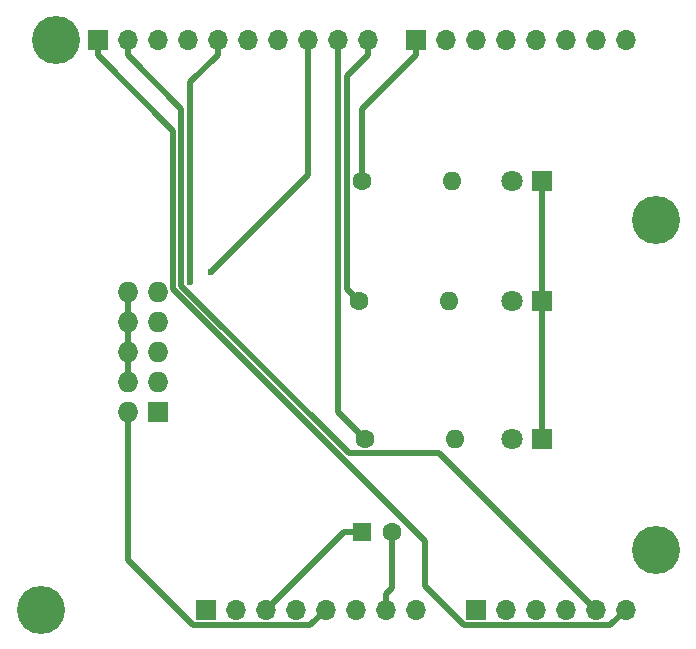
<source format=gbr>
G04 #@! TF.GenerationSoftware,KiCad,Pcbnew,5.1.4-3.fc30*
G04 #@! TF.CreationDate,2019-09-14T16:13:18+02:00*
G04 #@! TF.ProjectId,avr_prog_uno_shiled,6176725f-7072-46f6-975f-756e6f5f7368,1.0*
G04 #@! TF.SameCoordinates,Original*
G04 #@! TF.FileFunction,Copper,L2,Bot*
G04 #@! TF.FilePolarity,Positive*
%FSLAX46Y46*%
G04 Gerber Fmt 4.6, Leading zero omitted, Abs format (unit mm)*
G04 Created by KiCad (PCBNEW 5.1.4-3.fc30) date 2019-09-14 16:13:18*
%MOMM*%
%LPD*%
G04 APERTURE LIST*
%ADD10O,1.727200X1.727200*%
%ADD11R,1.727200X1.727200*%
%ADD12O,1.700000X1.700000*%
%ADD13R,1.700000X1.700000*%
%ADD14C,1.600000*%
%ADD15R,1.600000X1.600000*%
%ADD16C,4.064000*%
%ADD17R,1.800000X1.800000*%
%ADD18C,1.800000*%
%ADD19O,1.600000X1.600000*%
%ADD20C,0.600000*%
%ADD21C,0.500000*%
G04 APERTURE END LIST*
D10*
X132334000Y-96901000D03*
X134874000Y-96901000D03*
X132334000Y-99441000D03*
X134874000Y-99441000D03*
X132334000Y-101981000D03*
X134874000Y-101981000D03*
X132334000Y-104521000D03*
X134874000Y-104521000D03*
X132334000Y-107061000D03*
D11*
X134874000Y-107061000D03*
D12*
X174498000Y-75565000D03*
X171958000Y-75565000D03*
X169418000Y-75565000D03*
X166878000Y-75565000D03*
X164338000Y-75565000D03*
X161798000Y-75565000D03*
X159258000Y-75565000D03*
D13*
X156718000Y-75565000D03*
D12*
X152654000Y-75565000D03*
X150114000Y-75565000D03*
X147574000Y-75565000D03*
X145034000Y-75565000D03*
X142494000Y-75565000D03*
X139954000Y-75565000D03*
X137414000Y-75565000D03*
X134874000Y-75565000D03*
X132334000Y-75565000D03*
D13*
X129794000Y-75565000D03*
D12*
X174498000Y-123825000D03*
X171958000Y-123825000D03*
X169418000Y-123825000D03*
X166878000Y-123825000D03*
X164338000Y-123825000D03*
D13*
X161798000Y-123825000D03*
D12*
X156718000Y-123825000D03*
X154178000Y-123825000D03*
X151638000Y-123825000D03*
X149098000Y-123825000D03*
X146558000Y-123825000D03*
X144018000Y-123825000D03*
X141478000Y-123825000D03*
D13*
X138938000Y-123825000D03*
D14*
X154686000Y-117221000D03*
D15*
X152186000Y-117221000D03*
D16*
X124968000Y-123825000D03*
X177038000Y-118745000D03*
X126238000Y-75565000D03*
X177038000Y-90805000D03*
D17*
X167386000Y-109347000D03*
D18*
X164846000Y-109347000D03*
X164846000Y-97663000D03*
D17*
X167386000Y-97663000D03*
X167386000Y-87503000D03*
D18*
X164846000Y-87503000D03*
D14*
X152400000Y-109347000D03*
D19*
X160020000Y-109347000D03*
X159512000Y-97663000D03*
D14*
X151892000Y-97663000D03*
X152146000Y-87503000D03*
D19*
X159766000Y-87503000D03*
D20*
X137647100Y-96111800D03*
X139375100Y-95232700D03*
D21*
X152186000Y-117221000D02*
X150622000Y-117221000D01*
X150622000Y-117221000D02*
X144018000Y-123825000D01*
X149098000Y-123825000D02*
X147797600Y-125125400D01*
X147797600Y-125125400D02*
X137832900Y-125125400D01*
X137832900Y-125125400D02*
X132334000Y-119626500D01*
X132334000Y-119626500D02*
X132334000Y-107061000D01*
X132334000Y-99441000D02*
X132334000Y-96901000D01*
X132334000Y-101981000D02*
X132334000Y-99441000D01*
X132334000Y-104521000D02*
X132334000Y-101981000D01*
X154178000Y-123825000D02*
X154178000Y-122524700D01*
X154686000Y-117221000D02*
X154686000Y-122016700D01*
X154686000Y-122016700D02*
X154178000Y-122524700D01*
X167386000Y-97663000D02*
X167386000Y-109347000D01*
X167386000Y-87503000D02*
X167386000Y-97663000D01*
X132334000Y-75565000D02*
X132334000Y-76865300D01*
X132334000Y-76865300D02*
X136896800Y-81428100D01*
X136896800Y-81428100D02*
X136896800Y-96422600D01*
X136896800Y-96422600D02*
X151071500Y-110597300D01*
X151071500Y-110597300D02*
X158730300Y-110597300D01*
X158730300Y-110597300D02*
X171958000Y-123825000D01*
X129794000Y-75565000D02*
X129794000Y-76865300D01*
X129794000Y-76865300D02*
X136196500Y-83267800D01*
X136196500Y-83267800D02*
X136196500Y-96712800D01*
X136196500Y-96712800D02*
X157505800Y-118022100D01*
X157505800Y-118022100D02*
X157505800Y-121870400D01*
X157505800Y-121870400D02*
X160779900Y-125144500D01*
X160779900Y-125144500D02*
X173178500Y-125144500D01*
X173178500Y-125144500D02*
X174498000Y-123825000D01*
X152400000Y-109347000D02*
X150114000Y-107061000D01*
X150114000Y-107061000D02*
X150114000Y-75565000D01*
X152654000Y-75565000D02*
X152654000Y-76865300D01*
X151892000Y-97663000D02*
X150887000Y-96658000D01*
X150887000Y-96658000D02*
X150887000Y-78632300D01*
X150887000Y-78632300D02*
X152654000Y-76865300D01*
X156718000Y-75565000D02*
X156718000Y-76865300D01*
X152146000Y-87503000D02*
X152146000Y-81437300D01*
X152146000Y-81437300D02*
X156718000Y-76865300D01*
X139954000Y-75565000D02*
X139954000Y-76865300D01*
X137647100Y-96111800D02*
X137647100Y-79172200D01*
X137647100Y-79172200D02*
X139954000Y-76865300D01*
X147574000Y-75565000D02*
X147574000Y-87033800D01*
X147574000Y-87033800D02*
X139375100Y-95232700D01*
M02*

</source>
